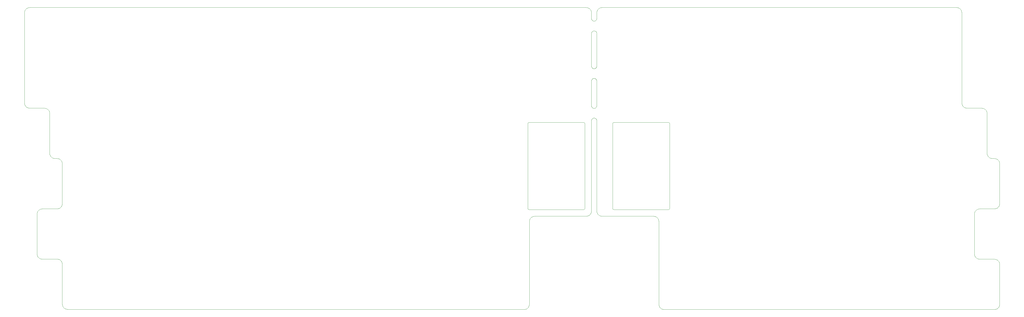
<source format=gko>
%MOIN*%
%OFA0B0*%
%FSLAX36Y36*%
%IPPOS*%
%LPD*%
%ADD10C,0*%
D10*
X007500000Y001476377D02*
X007500000Y001476377D01*
X007496920Y001476620D01*
X007493917Y001477341D01*
X007491063Y001478523D01*
X007488429Y001480137D01*
X007486080Y001482143D01*
X007484074Y001484492D01*
X007482460Y001487126D01*
X007481278Y001489980D01*
X007480557Y001492983D01*
X007480314Y001496062D01*
X007480314Y002755905D01*
X007480557Y002758985D01*
X007481278Y002761988D01*
X007482460Y002764842D01*
X007484074Y002767476D01*
X007486080Y002769825D01*
X007488429Y002771831D01*
X007491063Y002773445D01*
X007493917Y002774627D01*
X007496920Y002775348D01*
X007500000Y002775590D01*
X008307086Y002775590D01*
X008310166Y002775348D01*
X008313169Y002774627D01*
X008316023Y002773445D01*
X008318657Y002771831D01*
X008321006Y002769825D01*
X008323012Y002767476D01*
X008324626Y002764842D01*
X008325808Y002761988D01*
X008326529Y002758985D01*
X008326771Y002755905D01*
X008326771Y001496062D01*
X008326529Y001492983D01*
X008325808Y001489980D01*
X008324626Y001487126D01*
X008323012Y001484492D01*
X008321006Y001482143D01*
X008318657Y001480137D01*
X008316023Y001478523D01*
X008313169Y001477341D01*
X008310166Y001476620D01*
X008307086Y001476377D01*
X007500000Y001476377D01*
X008759842Y001476377D02*
X008759842Y001476377D01*
X008756762Y001476620D01*
X008753759Y001477341D01*
X008750905Y001478523D01*
X008748271Y001480137D01*
X008745922Y001482143D01*
X008743916Y001484492D01*
X008742302Y001487126D01*
X008741120Y001489980D01*
X008740399Y001492983D01*
X008740157Y001496062D01*
X008740157Y002755905D01*
X008740399Y002758985D01*
X008741120Y002761988D01*
X008742302Y002764842D01*
X008743916Y002767476D01*
X008745922Y002769825D01*
X008748271Y002771831D01*
X008750905Y002773445D01*
X008753759Y002774627D01*
X008756762Y002775348D01*
X008759842Y002775590D01*
X009566929Y002775590D01*
X009570008Y002775348D01*
X009573011Y002774627D01*
X009575865Y002773445D01*
X009578499Y002771831D01*
X009580848Y002769825D01*
X009582854Y002767476D01*
X009584468Y002764842D01*
X009585650Y002761988D01*
X009586371Y002758985D01*
X009586614Y002755905D01*
X009586614Y001496062D01*
X009586371Y001492983D01*
X009585650Y001489980D01*
X009584468Y001487126D01*
X009582854Y001484492D01*
X009580848Y001482143D01*
X009578499Y001480137D01*
X009575865Y001478523D01*
X009573011Y001477341D01*
X009570008Y001476620D01*
X009566929Y001476377D01*
X008759842Y001476377D01*
X008503937Y003392581D02*
X008503937Y003392581D01*
X008503937Y003024741D01*
X008503452Y003018582D01*
X008502010Y003012575D01*
X008499645Y003006867D01*
X008496417Y003001600D01*
X008492405Y002996902D01*
X008487708Y002992890D01*
X008482440Y002989662D01*
X008476732Y002987298D01*
X008470725Y002985855D01*
X008464566Y002985371D01*
X008458408Y002985855D01*
X008452400Y002987298D01*
X008446693Y002989662D01*
X008441425Y002992890D01*
X008436728Y002996902D01*
X008432715Y003001600D01*
X008429487Y003006867D01*
X008427123Y003012575D01*
X008425681Y003018582D01*
X008425196Y003024741D01*
X008425196Y003024741D01*
X008425196Y003392581D01*
X008425681Y003398740D01*
X008427123Y003404747D01*
X008429487Y003410455D01*
X008432715Y003415722D01*
X008436728Y003420420D01*
X008441425Y003424432D01*
X008446693Y003427660D01*
X008452400Y003430024D01*
X008458408Y003431466D01*
X008464566Y003431951D01*
X008470725Y003431466D01*
X008476732Y003430024D01*
X008482440Y003427660D01*
X008487708Y003424432D01*
X008492405Y003420420D01*
X008496417Y003415722D01*
X008499645Y003410455D01*
X008502010Y003404747D01*
X008503452Y003398740D01*
X008503937Y003392581D01*
X008503937Y003392581D01*
X008503937Y001456692D02*
X008503937Y001456692D01*
X008504906Y001444375D01*
X008507790Y001432361D01*
X008512518Y001420945D01*
X008518974Y001410410D01*
X008526999Y001401015D01*
X008536394Y001392991D01*
X008546929Y001386534D01*
X008558344Y001381806D01*
X008570359Y001378922D01*
X008582676Y001377952D01*
X009347401Y001377952D01*
X009359718Y001376983D01*
X009371733Y001374099D01*
X009383148Y001369370D01*
X009393683Y001362915D01*
X009403079Y001354890D01*
X009411103Y001345495D01*
X009417559Y001334960D01*
X009422287Y001323544D01*
X009425172Y001311530D01*
X009426141Y001299212D01*
X009426141Y000066929D01*
X009427111Y000054611D01*
X009429995Y000042597D01*
X009434723Y000031181D01*
X009441179Y000020646D01*
X009449203Y000011251D01*
X009458599Y000003227D01*
X009469134Y-000003228D01*
X009480549Y-000007957D01*
X009492564Y-000010841D01*
X009504881Y-000011811D01*
X014409901Y-000011811D01*
X014422218Y-000010841D01*
X014434233Y-000007957D01*
X014445648Y-000003228D01*
X014456183Y000003227D01*
X014465578Y000011251D01*
X014473603Y000020646D01*
X014480059Y000031181D01*
X014484787Y000042597D01*
X014487672Y000054611D01*
X014488641Y000066929D01*
X014488641Y000659448D01*
X014487672Y000671766D01*
X014484787Y000683781D01*
X014480059Y000695196D01*
X014473603Y000705731D01*
X014465578Y000715126D01*
X014456183Y000723151D01*
X014445648Y000729607D01*
X014434233Y000734335D01*
X014422218Y000737219D01*
X014409901Y000738188D01*
X014192381Y000738188D01*
X014180064Y000739158D01*
X014168049Y000742043D01*
X014156634Y000746771D01*
X014146098Y000753227D01*
X014136703Y000761251D01*
X014128679Y000770646D01*
X014122223Y000781181D01*
X014117495Y000792597D01*
X014114611Y000804611D01*
X014113641Y000816929D01*
X014113641Y001409448D01*
X014114611Y001421766D01*
X014117495Y001433781D01*
X014122223Y001445196D01*
X014128679Y001455731D01*
X014136703Y001465126D01*
X014146098Y001473151D01*
X014156634Y001479607D01*
X014168049Y001484335D01*
X014180064Y001487219D01*
X014192381Y001488189D01*
X014409901Y001488189D01*
X014422218Y001489158D01*
X014434233Y001492042D01*
X014445648Y001496771D01*
X014456183Y001503227D01*
X014465578Y001511251D01*
X014473603Y001520646D01*
X014480059Y001531181D01*
X014484787Y001542597D01*
X014487672Y001554611D01*
X014488641Y001566929D01*
X014488641Y002159448D01*
X014487672Y002171766D01*
X014484787Y002183781D01*
X014480059Y002195196D01*
X014473603Y002205731D01*
X014465578Y002215126D01*
X014456183Y002223151D01*
X014445648Y002229607D01*
X014434233Y002234335D01*
X014422218Y002237219D01*
X014409901Y002238188D01*
X014379881Y002238188D01*
X014367564Y002239158D01*
X014355549Y002242042D01*
X014344133Y002246771D01*
X014333599Y002253227D01*
X014324203Y002261251D01*
X014316179Y002270646D01*
X014309723Y002281181D01*
X014304995Y002292597D01*
X014302111Y002304611D01*
X014301141Y002316929D01*
X014301141Y002909448D01*
X014300171Y002921766D01*
X014297287Y002933781D01*
X014292559Y002945196D01*
X014286103Y002955731D01*
X014278079Y002965126D01*
X014268684Y002973151D01*
X014258148Y002979607D01*
X014246733Y002984335D01*
X014234718Y002987219D01*
X014222401Y002988189D01*
X014004881Y002988189D01*
X013992564Y002989158D01*
X013980549Y002992042D01*
X013969134Y002996771D01*
X013958599Y003003227D01*
X013949204Y003011251D01*
X013941179Y003020646D01*
X013934723Y003031181D01*
X013929995Y003042597D01*
X013927111Y003054611D01*
X013926141Y003066929D01*
X013926141Y004409448D01*
X013925172Y004421766D01*
X013922287Y004433781D01*
X013917559Y004445196D01*
X013911103Y004455731D01*
X013903079Y004465126D01*
X013893683Y004473151D01*
X013883148Y004479607D01*
X013871733Y004484335D01*
X013859719Y004487219D01*
X013847400Y004488188D01*
X008582677Y004488188D01*
X008570359Y004487219D01*
X008558344Y004484335D01*
X008546929Y004479607D01*
X008536394Y004473151D01*
X008526999Y004465126D01*
X008518974Y004455731D01*
X008512518Y004445196D01*
X008507790Y004433781D01*
X008504906Y004421766D01*
X008503937Y004409449D01*
X008503937Y004323953D01*
X008503452Y004317794D01*
X008502010Y004311787D01*
X008499645Y004306080D01*
X008496417Y004300812D01*
X008492405Y004296114D01*
X008487708Y004292102D01*
X008482440Y004288874D01*
X008476732Y004286510D01*
X008470725Y004285068D01*
X008464566Y004284583D01*
X008458408Y004285068D01*
X008452400Y004286510D01*
X008446693Y004288874D01*
X008441425Y004292102D01*
X008436728Y004296114D01*
X008432715Y004300812D01*
X008429487Y004306080D01*
X008427123Y004311787D01*
X008425681Y004317794D01*
X008425196Y004323953D01*
X008425196Y004323953D01*
X008425196Y004409448D01*
X008424227Y004421766D01*
X008421343Y004433781D01*
X008416614Y004445196D01*
X008410159Y004455731D01*
X008402134Y004465126D01*
X008392739Y004473151D01*
X008382204Y004479607D01*
X008370788Y004484335D01*
X008358774Y004487219D01*
X008346457Y004488188D01*
X000081732Y004488188D01*
X000069414Y004487219D01*
X000057400Y004484335D01*
X000045984Y004479607D01*
X000035450Y004473151D01*
X000026055Y004465126D01*
X000018030Y004455731D01*
X000011575Y004445196D01*
X000006845Y004433781D01*
X000003962Y004421766D01*
X000002992Y004409449D01*
X000002992Y003066929D01*
X000003962Y003054611D01*
X000006845Y003042597D01*
X000011575Y003031181D01*
X000018030Y003020646D01*
X000026055Y003011251D01*
X000035450Y003003227D01*
X000045984Y002996771D01*
X000057400Y002992042D01*
X000069414Y002989158D01*
X000081732Y002988189D01*
X000299251Y002988189D01*
X000311570Y002987219D01*
X000323584Y002984335D01*
X000335000Y002979607D01*
X000345534Y002973151D01*
X000354929Y002965126D01*
X000362954Y002955731D01*
X000369410Y002945196D01*
X000374138Y002933781D01*
X000377023Y002921766D01*
X000377992Y002909448D01*
X000377992Y002316929D01*
X000378962Y002304611D01*
X000381845Y002292597D01*
X000386574Y002281181D01*
X000393029Y002270646D01*
X000401055Y002261251D01*
X000410450Y002253227D01*
X000420985Y002246771D01*
X000432399Y002242042D01*
X000444415Y002239158D01*
X000456732Y002238188D01*
X000486751Y002238188D01*
X000499069Y002237219D01*
X000511084Y002234335D01*
X000522499Y002229607D01*
X000533034Y002223151D01*
X000542430Y002215126D01*
X000550454Y002205731D01*
X000556910Y002195196D01*
X000561638Y002183781D01*
X000564522Y002171766D01*
X000565491Y002159448D01*
X000565491Y001566929D01*
X000564522Y001554611D01*
X000561638Y001542597D01*
X000556910Y001531181D01*
X000550454Y001520646D01*
X000542430Y001511251D01*
X000533034Y001503227D01*
X000522499Y001496771D01*
X000511084Y001492042D01*
X000499069Y001489158D01*
X000486751Y001488189D01*
X000269232Y001488189D01*
X000256914Y001487219D01*
X000244900Y001484335D01*
X000233485Y001479607D01*
X000222949Y001473151D01*
X000213554Y001465126D01*
X000205530Y001455731D01*
X000199073Y001445196D01*
X000194346Y001433781D01*
X000191461Y001421766D01*
X000190492Y001409448D01*
X000190492Y000816929D01*
X000191461Y000804611D01*
X000194346Y000792597D01*
X000199073Y000781181D01*
X000205530Y000770646D01*
X000213554Y000761251D01*
X000222949Y000753227D01*
X000233485Y000746771D01*
X000244900Y000742043D01*
X000256914Y000739158D01*
X000269232Y000738188D01*
X000486751Y000740157D01*
X000499069Y000739188D01*
X000511084Y000736303D01*
X000522499Y000731575D01*
X000533034Y000725119D01*
X000542430Y000717095D01*
X000550454Y000707699D01*
X000556910Y000697165D01*
X000561638Y000685749D01*
X000564522Y000673735D01*
X000565491Y000661417D01*
X000565491Y000068897D01*
X000566461Y000056580D01*
X000569346Y000044565D01*
X000574074Y000033150D01*
X000580530Y000022615D01*
X000588554Y000013220D01*
X000597949Y000005195D01*
X000608485Y-000001260D01*
X000619900Y-000005988D01*
X000631915Y-000008872D01*
X000644232Y-000009842D01*
X007424251Y-000011811D01*
X007436569Y-000010841D01*
X007448584Y-000007957D01*
X007459999Y-000003228D01*
X007470534Y000003227D01*
X007479929Y000011251D01*
X007487954Y000020646D01*
X007494410Y000031181D01*
X007499138Y000042597D01*
X007502022Y000054611D01*
X007502992Y000066929D01*
X007502992Y001299212D01*
X007503961Y001311530D01*
X007506846Y001323544D01*
X007511574Y001334960D01*
X007518030Y001345495D01*
X007526054Y001354890D01*
X007535450Y001362915D01*
X007545985Y001369370D01*
X007557400Y001374099D01*
X007569414Y001376983D01*
X007581732Y001377952D01*
X008346456Y001377952D01*
X008358774Y001378922D01*
X008370788Y001381806D01*
X008382204Y001386534D01*
X008392739Y001392991D01*
X008402134Y001401015D01*
X008410159Y001410410D01*
X008416614Y001420945D01*
X008421343Y001432361D01*
X008424227Y001444375D01*
X008425196Y001456692D01*
X008425196Y002802030D01*
X008425196Y002802030D01*
X008425681Y002808189D01*
X008427123Y002814196D01*
X008429487Y002819904D01*
X008432715Y002825171D01*
X008436728Y002829869D01*
X008441425Y002833881D01*
X008446693Y002837109D01*
X008452400Y002839473D01*
X008458408Y002840915D01*
X008464566Y002841400D01*
X008470725Y002840915D01*
X008476732Y002839473D01*
X008482440Y002837109D01*
X008487708Y002833881D01*
X008492405Y002829869D01*
X008496417Y002825171D01*
X008499645Y002819904D01*
X008502010Y002814196D01*
X008503452Y002808189D01*
X008503937Y002802030D01*
X008503937Y001456692D01*
X008425196Y004101243D02*
X008425196Y004101243D01*
X008425196Y004101243D01*
X008425681Y004107401D01*
X008427123Y004113409D01*
X008429487Y004119116D01*
X008432715Y004124384D01*
X008436728Y004129081D01*
X008441425Y004133094D01*
X008446693Y004136322D01*
X008452400Y004138686D01*
X008458408Y004140128D01*
X008464566Y004140613D01*
X008470725Y004140128D01*
X008476732Y004138686D01*
X008482440Y004136322D01*
X008487708Y004133094D01*
X008492405Y004129081D01*
X008496417Y004124384D01*
X008499645Y004119116D01*
X008502010Y004113409D01*
X008503452Y004107401D01*
X008503937Y004101243D01*
X008503937Y003615292D01*
X008503452Y003609133D01*
X008502010Y003603126D01*
X008499645Y003597418D01*
X008496417Y003592151D01*
X008492405Y003587453D01*
X008487708Y003583441D01*
X008482440Y003580213D01*
X008476732Y003577849D01*
X008470725Y003576407D01*
X008464566Y003575922D01*
X008458408Y003576407D01*
X008452400Y003577849D01*
X008446693Y003580213D01*
X008441425Y003583441D01*
X008436728Y003587453D01*
X008432715Y003592151D01*
X008429487Y003597418D01*
X008427123Y003603126D01*
X008425681Y003609133D01*
X008425196Y003615292D01*
X008425196Y004101243D01*
M02*
</source>
